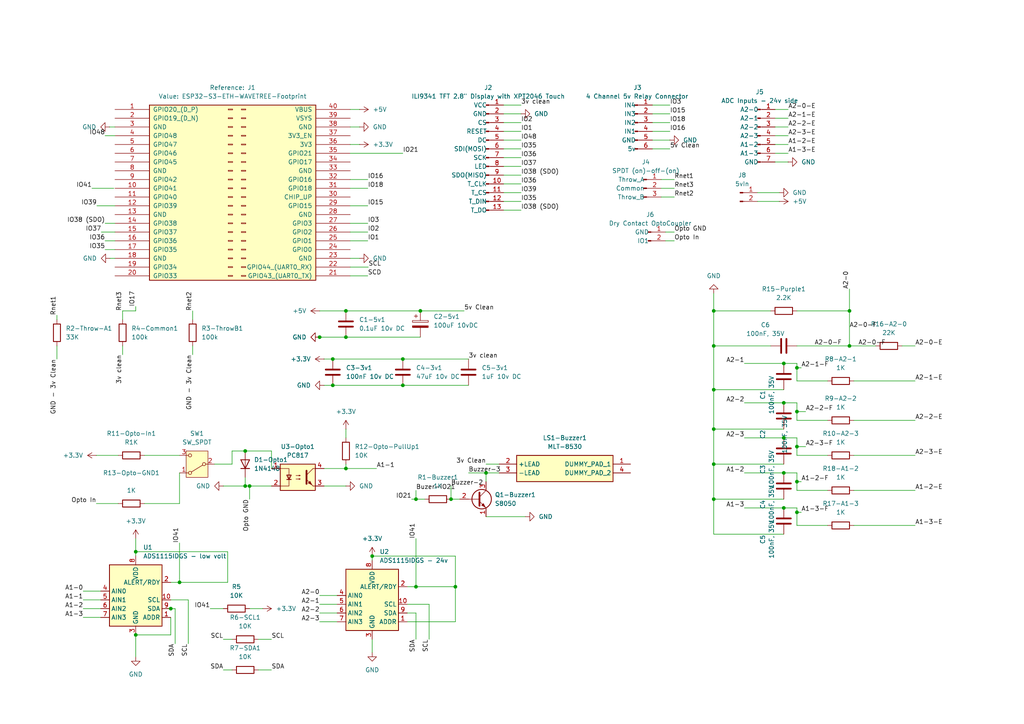
<source format=kicad_sch>
(kicad_sch (version 20250114) (generator "eeschema") (generator_version "9.0")
  (paper "A4")
  (lib_symbols
    (symbol "Analog_ADC:ADS1115IDGS"
      (property "Reference" "U" (at 2.54 13.97 0))
      (property "Value" "ADS1115IDGS" (at 7.62 11.43 0))
      (symbol "ADS1115IDGS_1_1"
        (pin input line (at -10.16 2.54 0) (length 2.54) (name "AIN0") (number "4"))
        (pin input line (at -10.16 0 0) (length 2.54) (name "AIN1") (number "5"))
        (pin input line (at -10.16 -2.54 0) (length 2.54) (name "AIN2") (number "6"))
        (pin input line (at -10.16 -5.08 0) (length 2.54) (name "AIN3") (number "7"))
        (pin power_in line (at 0 12.7 270) (length 2.54) (name "VDD") (number "8"))
        (pin power_in line (at 0 -10.16 90) (length 2.54) (name "GND") (number "3"))
        (pin output line (at 10.16 5.08 180) (length 2.54) (name "ALERT/RDY") (number "2"))
        (pin input line (at 10.16 0 180) (length 2.54) (name "SCL") (number "10"))
        (pin bidirectional line (at 10.16 -2.54 180) (length 2.54) (name "SDA") (number "9"))
        (pin input line (at 10.16 -5.08 180) (length 2.54) (name "ADDR") (number "1"))
      )
    )
    (symbol "Conn_01x02_Pin_1" (pin_names (offset 1.016) (hide yes))
      (property "Reference" "J" (at 0 2.54 0))
      (property "Value" "Conn_01x02_Pin" (at 0 -5.08 0))
      (symbol "Conn_01x02_Pin_1_1_1"
        (pin passive line (at 5.08 0 180) (length 3.81) (name "Pin_1") (number "1"))
        (pin passive line (at 5.08 -2.54 180) (length 3.81) (name "Pin_2") (number "2"))
      )
    )
    (symbol "Connector:Conn_01x02_Pin" (pin_names (offset 1.016))
      (property "Reference" "J6" (at 0.635 5.08 0))
      (property "Value" "Dry Contact" (at 0.635 2.54 0))
      (symbol "Conn_01x02_Pin_1_1"
        (pin power_out line (at 5.08 0 180) (length 3.81) (name "GND") (number "1"))
        (pin bidirectional line (at 5.08 -2.54 180) (length 3.81) (name "IO1") (number "2"))
      )
    )
    (symbol "Connector:Conn_01x03_Pin" (pin_names (offset 1.016))
      (property "Reference" "J4" (at 0.635 7.62 0))
      (property "Value" "SPDT (on)-off-(on)" (at 0.635 5.08 0))
      (symbol "Conn_01x03_Pin_1_1"
        (pin passive line (at 5.08 2.54 180) (length 3.81) (name "Throw_A") (number "1"))
        (pin passive line (at 5.08 0 180) (length 3.81) (name "Common") (number "2"))
        (pin passive line (at 5.08 -2.54 180) (length 3.81) (name "Throw_B") (number "3"))
      )
    )
    (symbol "Connector:Conn_01x06_Pin" (pin_names (offset 1.016))
      (property "Reference" "J3" (at 0.762 10.16 0))
      (property "Value" "4 Channel 5v Relay Connector" (at 0.635 7.62 0))
      (symbol "Conn_01x06_Pin_1_1"
        (pin power_out line (at 5.08 5.08 180) (length 3.81) (name "IN4") (number "1"))
        (pin power_out line (at 5.08 2.54 180) (length 3.81) (name "IN3") (number "2"))
        (pin bidirectional line (at 5.08 0 180) (length 3.81) (name "IN2") (number "3"))
        (pin bidirectional line (at 5.08 -2.54 180) (length 3.81) (name "IN1") (number "4"))
        (pin bidirectional line (at 5.08 -5.08 180) (length 3.81) (name "GND") (number "5"))
        (pin bidirectional line (at 5.08 -7.62 180) (length 3.81) (name "5v") (number "6"))
      )
    )
    (symbol "Connector:Conn_01x07_Pin" (pin_names (offset 1.016))
      (property "Reference" "J5" (at 0.635 12.7 0))
      (property "Value" "ADC Inputs" (at 0.635 10.16 0))
      (symbol "Conn_01x07_Pin_1_1"
        (pin passive line (at 5.08 7.62 180) (length 3.81) (name "A2-0") (number "1"))
        (pin passive line (at 5.08 5.08 180) (length 3.81) (name "A2-1") (number "2"))
        (pin passive line (at 5.08 2.54 180) (length 3.81) (name "A2-2") (number "3"))
        (pin passive line (at 5.08 0 180) (length 3.81) (name "A2-3") (number "4"))
        (pin passive line (at 5.08 -2.54 180) (length 3.81) (name "A1-2") (number "5"))
        (pin passive line (at 5.08 -5.08 180) (length 3.81) (name "A1-3") (number "6"))
        (pin power_out line (at 5.08 -7.62 180) (length 3.81) (name "GND") (number "7"))
      )
    )
    (symbol "Connector:Conn_01x13_Pin" (pin_names (offset 1.016))
      (property "Reference" "J2" (at 0.635 20.32 0))
      (property "Value" "ILI9341 TFT 2.8\" Display with XPT2046 Touch" (at 0.635 17.78 0))
      (symbol "Conn_01x13_Pin_1_1"
        (pin power_in line (at 5.08 15.24 180) (length 3.81) (name "VCC") (number "1"))
        (pin power_in line (at 5.08 12.7 180) (length 3.81) (name "GND") (number "2"))
        (pin bidirectional line (at 5.08 10.16 180) (length 3.81) (name "CS") (number "3"))
        (pin bidirectional line (at 5.08 7.62 180) (length 3.81) (name "RESET") (number "4"))
        (pin bidirectional line (at 5.08 5.08 180) (length 3.81) (name "DC") (number "5"))
        (pin bidirectional line (at 5.08 2.54 180) (length 3.81) (name "SDI(MOSI)") (number "6"))
        (pin bidirectional line (at 5.08 0 180) (length 3.81) (name "SCK") (number "7"))
        (pin bidirectional line (at 5.08 -2.54 180) (length 3.81) (name "LED") (number "8"))
        (pin bidirectional line (at 5.08 -5.08 180) (length 3.81) (name "SDO(MISO)") (number "9"))
        (pin bidirectional line (at 5.08 -7.62 180) (length 3.81) (name "T_CLK") (number "10"))
        (pin bidirectional line (at 5.08 -10.16 180) (length 3.81) (name "T_CS") (number "11"))
        (pin bidirectional line (at 5.08 -12.7 180) (length 3.81) (name "T_DIN") (number "12"))
        (pin bidirectional line (at 5.08 -15.24 180) (length 3.81) (name "T_DO") (number "13"))
      )
    )
    (symbol "Connector_Generic:ESP32-S3-ETH-WAVETREE-Footprint" (pin_names (offset 1))
      (property "Reference" "J" (at 1.27 25.4 0) (show_name))
      (property "Value" "ESP32-S3-ETH-WAVETREE-Footprint" (at 1.27 -27.94 0) (show_name))
      (symbol "ESP32-S3-ETH-WAVETREE-Footprint_1_1"
        (pin bidirectional line (at -34.13 22.86 0) (length 10) (name "GPIO20_(D_P)") (number "1"))
        (pin bidirectional line (at -34.13 20.32 0) (length 10) (name "GPIO19_(D_N)") (number "2"))
        (pin power_in line (at -34.13 17.78 0) (length 10) (name "GND") (number "3"))
        (pin bidirectional line (at -34.13 15.24 0) (length 10) (name "GPIO48") (number "4"))
        (pin bidirectional line (at -34.13 12.7 0) (length 10) (name "GPIO47") (number "5"))
        (pin bidirectional line (at -34.13 10.16 0) (length 10) (name "GPIO46") (number "6"))
        (pin bidirectional line (at -34.13 7.62 0) (length 10) (name "GPIO45") (number "7"))
        (pin power_in line (at -34.13 5.08 0) (length 10) (name "GND") (number "8"))
        (pin bidirectional line (at -34.13 2.54 0) (length 10) (name "GPIO42") (number "9"))
        (pin bidirectional line (at -34.13 0 0) (length 10) (name "GPIO41") (number "10"))
        (pin bidirectional line (at -34.13 -2.54 0) (length 10) (name "GPIO40") (number "11"))
        (pin bidirectional line (at -34.13 -5.08 0) (length 10) (name "GPIO39") (number "12"))
        (pin power_in line (at -34.13 -7.62 0) (length 10) (name "GND") (number "13"))
        (pin bidirectional line (at -34.13 -10.16 0) (length 10) (name "GPIO38") (number "14"))
        (pin bidirectional line (at -34.13 -12.7 0) (length 10) (name "GPIO37") (number "15"))
        (pin bidirectional line (at -34.13 -15.24 0) (length 10) (name "GPIO36") (number "16"))
        (pin bidirectional line (at -34.13 -17.78 0) (length 10) (name "GPIO35") (number "17"))
        (pin power_in line (at -34.13 -20.32 0) (length 10) (name "GND") (number "18"))
        (pin bidirectional line (at -34.13 -22.86 0) (length 10) (name "GPIO34") (number "19"))
        (pin bidirectional line (at -34.13 -25.4 0) (length 10) (name "GPIO33") (number "20"))
        (pin power_out line (at 34.13 22.86 180) (length 10) (name "VBUS") (number "40"))
        (pin power_in line (at 34.13 20.32 180) (length 10) (name "VSYS") (number "39"))
        (pin power_in line (at 34.13 17.78 180) (length 10) (name "GND") (number "38"))
        (pin input line (at 34.13 15.24 180) (length 10) (name "3V3_EN") (number "37"))
        (pin power_in line (at 34.13 12.7 180) (length 10) (name "3V3") (number "36"))
        (pin bidirectional line (at 34.13 10.16 180) (length 10) (name "GPIO21") (number "35"))
        (pin bidirectional line (at 34.13 7.62 180) (length 10) (name "GPIO17") (number "34"))
        (pin power_in line (at 34.13 5.08 180) (length 10) (name "GND") (number "33"))
        (pin bidirectional line (at 34.13 2.54 180) (length 10) (name "GPIO16") (number "32"))
        (pin bidirectional line (at 34.13 0 180) (length 10) (name "GPIO18") (number "31"))
        (pin input line (at 34.13 -2.54 180) (length 10) (name "CHIP_UP") (number "30"))
        (pin bidirectional line (at 34.13 -5.08 180) (length 10) (name "GPIO15") (number "29"))
        (pin power_in line (at 34.13 -7.62 180) (length 10) (name "GND") (number "28"))
        (pin bidirectional line (at 34.13 -10.16 180) (length 10) (name "GPIO3") (number "27"))
        (pin bidirectional line (at 34.13 -12.7 180) (length 10) (name "GPIO2") (number "26"))
        (pin bidirectional line (at 34.13 -15.24 180) (length 10) (name "GPIO1") (number "25"))
        (pin bidirectional line (at 34.13 -17.78 180) (length 10) (name "GPIO0") (number "24"))
        (pin power_in line (at 34.13 -20.32 180) (length 10) (name "GND") (number "23"))
        (pin input line (at 34.13 -22.86 180) (length 10) (name "GPIO44_(UART0_RX)") (number "22"))
        (pin output line (at 34.13 -25.4 180) (length 10) (name "GPIO43_(UART0_TX)") (number "21"))
      )
    )
    (symbol "Device:C" (pin_numbers (hide yes)) (pin_names (offset 0.254))
      (property "Reference" "C" (at 0.635 2.54 0))
      (property "Value" "C" (at 0.635 -2.54 0))
      (symbol "C_1_1"
        (pin passive line (at 0 3.81 270) (length 2.794) (name "~") (number "1"))
        (pin passive line (at 0 -3.81 90) (length 2.794) (name "~") (number "2"))
      )
    )
    (symbol "Device:C_Polarized" (pin_numbers (hide yes)) (pin_names (offset 0.254))
      (property "Reference" "C" (at 0.635 2.54 0))
      (property "Value" "C_Polarized" (at 0.635 -2.54 0))
      (symbol "C_Polarized_1_1"
        (pin passive line (at 0 3.81 270) (length 2.794) (name "~") (number "1"))
        (pin passive line (at 0 -3.81 90) (length 2.794) (name "~") (number "2"))
      )
    )
    (symbol "Device:R" (pin_numbers (hide yes)) (pin_names (offset 0))
      (property "Reference" "R" (at 2.032 0 90))
      (property "Value" "R" (at 0 0 90))
      (symbol "R_1_1"
        (pin passive line (at 0 3.81 270) (length 1.27) (name "~") (number "1"))
        (pin passive line (at 0 -3.81 90) (length 1.27) (name "~") (number "2"))
      )
    )
    (symbol "Diode:1N4148" (pin_numbers (hide yes)) (pin_names (hide yes))
      (property "Reference" "D" (at 0 2.54 0))
      (property "Value" "1N4148" (at 0 -2.54 0))
      (symbol "1N4148_1_1"
        (pin passive line (at -3.81 0 0) (length 2.54) (name "K") (number "1"))
        (pin passive line (at 3.81 0 180) (length 2.54) (name "A") (number "2"))
      )
    )
    (symbol "Isolator:PC817" (pin_names (offset 1.016))
      (property "Reference" "U" (at -5.08 5.08 0))
      (property "Value" "PC817" (at 0 5.08 0))
      (symbol "PC817_1_1"
        (pin passive line (at -7.62 2.54 0) (length 2.54) (name "~") (number "1"))
        (pin passive line (at -7.62 -2.54 0) (length 2.54) (name "~") (number "2"))
        (pin passive line (at 7.62 2.54 180) (length 2.54) (name "~") (number "4"))
        (pin passive line (at 7.62 -2.54 180) (length 2.54) (name "~") (number "3"))
      )
    )
    (symbol "MLT-8530:MLT-8530"
      (property "Reference" "LS" (at 34.29 7.62 0))
      (property "Value" "MLT-8530" (at 34.29 5.08 0))
      (symbol "MLT-8530_1_1"
        (pin passive line (at 0 0 0) (length 5.08) (name "+LEAD") (number "2"))
        (pin passive line (at 0 -2.54 0) (length 5.08) (name "-LEAD") (number "3"))
        (pin passive line (at 38.1 0 180) (length 5.08) (name "DUMMY_PAD_1") (number "1"))
        (pin passive line (at 38.1 -2.54 180) (length 5.08) (name "DUMMY_PAD_2") (number "4"))
      )
    )
    (symbol "Switch:SW_SPDT" (pin_names (offset 0) (hide yes))
      (property "Reference" "SW" (at 0 5.08 0))
      (property "Value" "SW_SPDT" (at 0 -5.08 0))
      (symbol "SW_SPDT_1_1"
        (pin passive line (at -5.08 0 0) (length 2.54) (name "B") (number "2"))
        (pin passive line (at 5.08 2.54 180) (length 2.54) (name "A") (number "1"))
        (pin passive line (at 5.08 -2.54 180) (length 2.54) (name "C") (number "3"))
      )
    )
    (symbol "Transistor_BJT:S8050" (pin_names (offset 0) (hide yes))
      (property "Reference" "Q" (at 5.08 1.905 0))
      (property "Value" "S8050" (at 5.08 0 0))
      (symbol "S8050_1_1"
        (pin input line (at -5.08 0 0) (length 2.54) (name "B") (number "2"))
        (pin passive line (at 2.54 5.08 270) (length 2.54) (name "C") (number "3"))
        (pin passive line (at 2.54 -5.08 90) (length 2.54) (name "E") (number "1"))
      )
    )
    (symbol "power:+3.3V" (power) (pin_numbers (hide yes)) (pin_names (offset 0) (hide yes))
      (property "Value" "+3.3V" (at 0 3.556 0))
      (symbol "+3.3V_1_1"
        (pin power_in line (at 0 0 90) (length 0) (name "~") (number "1"))
      )
    )
    (symbol "power:+5V" (power) (pin_numbers (hide yes)) (pin_names (offset 0) (hide yes))
      (property "Value" "+5V" (at 0 3.556 0))
      (symbol "+5V_1_1"
        (pin power_in line (at 0 0 90) (length 0) (name "~") (number "1"))
      )
    )
    (symbol "power:GND" (power) (pin_numbers (hide yes)) (pin_names (offset 0) (hide yes))
      (property "Value" "GND" (at 0 -3.81 0))
      (symbol "GND_1_1"
        (pin power_in line (at 0 0 270) (length 0) (name "~") (number "1"))
      )
    )
  )
  (junction (at 227.33 105.41))
  (junction (at 207.01 100.33))
  (junction (at 100.33 97.79))
  (junction (at 120.65 144.78))
  (junction (at 207.01 134.62))
  (junction (at 207.01 144.78))
  (junction (at 52.07 168.91))
  (junction (at 71.12 130.81))
  (junction (at 107.95 161.29))
  (junction (at 116.84 111.76))
  (junction (at 207.01 113.03))
  (junction (at 92.71 97.79))
  (junction (at 246.38 90.17))
  (junction (at 227.33 116.84))
  (junction (at 49.53 176.53))
  (junction (at 100.33 90.17))
  (junction (at 116.84 104.14))
  (junction (at 227.33 127))
  (junction (at 231.14 106.68))
  (junction (at 96.52 111.76))
  (junction (at 231.14 129.54))
  (junction (at 71.12 140.97))
  (junction (at 140.97 137.16))
  (junction (at 246.38 100.33))
  (junction (at 207.01 90.17))
  (junction (at 121.92 90.17))
  (junction (at 39.37 160.02))
  (junction (at 96.52 104.14))
  (junction (at 130.81 144.78))
  (junction (at 207.01 124.46))
  (junction (at 231.14 119.38))
  (junction (at 100.33 135.89))
  (junction (at 231.14 148.59))
  (junction (at 120.65 170.18))
  (junction (at 39.37 184.15))
  (junction (at 72.39 140.97))
  (junction (at 227.33 137.16))
  (junction (at 231.14 139.7))
  (junction (at 132.08 170.18))
  (junction (at 227.33 147.32))
  (wire (pts (xy 231.14 148.59) (xy 231.14 152.4)))
  (wire (pts (xy 207.01 100.33) (xy 223.52 100.33)))
  (wire (pts (xy 231.14 106.68) (xy 232.41 106.68)))
  (wire (pts (xy 16.51 100.33) (xy 16.51 104.14)))
  (wire (pts (xy 100.33 135.89) (xy 109.22 135.89)))
  (wire (pts (xy 189.23 30.48) (xy 194.31 30.48)))
  (wire (pts (xy 116.84 111.76) (xy 135.89 111.76)))
  (wire (pts (xy 67.31 130.81) (xy 71.12 130.81)))
  (wire (pts (xy 101.6 64.77) (xy 106.68 64.77)))
  (wire (pts (xy 93.98 135.89) (xy 100.33 135.89)))
  (wire (pts (xy 71.12 138.43) (xy 71.12 140.97)))
  (wire (pts (xy 30.48 64.77) (xy 33.34 64.77)))
  (wire (pts (xy 247.65 142.24) (xy 265.43 142.24)))
  (wire (pts (xy 224.79 31.75) (xy 228.6 31.75)))
  (wire (pts (xy 189.23 43.18) (xy 194.31 43.18)))
  (wire (pts (xy 39.37 88.9) (xy 39.37 90.17)))
  (wire (pts (xy 231.14 127) (xy 227.33 127)))
  (wire (pts (xy 124.46 175.26) (xy 124.46 185.42)))
  (wire (pts (xy 130.81 140.97) (xy 130.81 144.78)))
  (wire (pts (xy 215.9 147.32) (xy 227.33 147.32)))
  (wire (pts (xy 62.23 134.62) (xy 67.31 134.62)))
  (wire (pts (xy 265.43 121.92) (xy 247.65 121.92)))
  (wire (pts (xy 35.56 90.17) (xy 35.56 92.71)))
  (wire (pts (xy 132.08 170.18) (xy 132.08 161.29)))
  (wire (pts (xy 101.6 74.93) (xy 104.3 74.93)))
  (wire (pts (xy 78.74 130.81) (xy 78.74 135.89)))
  (wire (pts (xy 146.05 60.96) (xy 151.13 60.96)))
  (wire (pts (xy 24.13 173.99) (xy 29.21 173.99)))
  (wire (pts (xy 92.71 90.17) (xy 100.33 90.17)))
  (wire (pts (xy 231.14 110.49) (xy 231.14 106.68)))
  (wire (pts (xy 96.52 104.14) (xy 116.84 104.14)))
  (wire (pts (xy 101.6 52.07) (xy 106.68 52.07)))
  (wire (pts (xy 30.48 69.85) (xy 33.34 69.85)))
  (wire (pts (xy 231.14 129.54) (xy 233.68 129.54)))
  (wire (pts (xy 146.05 50.8) (xy 151.13 50.8)))
  (wire (pts (xy 146.05 30.48) (xy 151.13 30.48)))
  (wire (pts (xy 39.37 156.21) (xy 39.37 160.02)))
  (wire (pts (xy 119.38 144.78) (xy 120.65 144.78)))
  (wire (pts (xy 41.91 132.08) (xy 52.07 132.08)))
  (wire (pts (xy 118.11 177.8) (xy 120.65 177.8)))
  (wire (pts (xy 52.07 146.05) (xy 52.07 137.16)))
  (wire (pts (xy 207.01 144.78) (xy 227.33 144.78)))
  (wire (pts (xy 146.05 40.64) (xy 151.13 40.64)))
  (wire (pts (xy 64.77 140.97) (xy 71.12 140.97)))
  (wire (pts (xy 101.6 44.45) (xy 116.84 44.45)))
  (wire (pts (xy 224.79 41.91) (xy 228.6 41.91)))
  (wire (pts (xy 74.93 185.42) (xy 78.74 185.42)))
  (wire (pts (xy 24.13 176.53) (xy 29.21 176.53)))
  (wire (pts (xy 93.98 140.97) (xy 100.33 140.97)))
  (wire (pts (xy 92.71 180.34) (xy 97.79 180.34)))
  (wire (pts (xy 120.65 144.78) (xy 123.19 144.78)))
  (wire (pts (xy 30.48 39.37) (xy 33.34 39.37)))
  (wire (pts (xy 64.77 194.31) (xy 67.31 194.31)))
  (wire (pts (xy 219.71 55.88) (xy 226.06 55.88)))
  (wire (pts (xy 246.38 83.82) (xy 246.38 90.17)))
  (wire (pts (xy 64.77 185.42) (xy 67.31 185.42)))
  (wire (pts (xy 207.01 113.03) (xy 207.01 124.46)))
  (wire (pts (xy 72.39 176.53) (xy 76.2 176.53)))
  (wire (pts (xy 60.96 176.53) (xy 64.77 176.53)))
  (wire (pts (xy 227.33 106.68) (xy 227.33 105.41)))
  (wire (pts (xy 54.61 173.99) (xy 54.61 186.69)))
  (wire (pts (xy 231.14 147.32) (xy 227.33 147.32)))
  (wire (pts (xy 231.14 100.33) (xy 246.38 100.33)))
  (wire (pts (xy 215.9 137.16) (xy 227.33 137.16)))
  (wire (pts (xy 55.88 90.17) (xy 55.88 92.71)))
  (wire (pts (xy 100.33 90.17) (xy 121.92 90.17)))
  (wire (pts (xy 39.37 184.15) (xy 39.37 190.5)))
  (wire (pts (xy 207.01 113.03) (xy 227.33 113.03)))
  (wire (pts (xy 240.03 121.92) (xy 231.14 121.92)))
  (wire (pts (xy 72.39 140.97) (xy 72.39 144.78)))
  (wire (pts (xy 31.75 36.83) (xy 33.34 36.83)))
  (wire (pts (xy 96.52 111.76) (xy 93.98 111.76)))
  (wire (pts (xy 101.6 77.47) (xy 106.84 77.47)))
  (wire (pts (xy 72.39 140.97) (xy 78.74 140.97)))
  (wire (pts (xy 207.01 124.46) (xy 227.33 124.46)))
  (wire (pts (xy 231.14 147.32) (xy 231.14 148.59)))
  (wire (pts (xy 118.11 180.34) (xy 132.08 180.34)))
  (wire (pts (xy 100.33 134.62) (xy 100.33 135.89)))
  (wire (pts (xy 92.71 97.79) (xy 100.33 97.79)))
  (wire (pts (xy 227.33 137.16) (xy 231.14 137.16)))
  (wire (pts (xy 231.14 148.59) (xy 232.41 148.59)))
  (wire (pts (xy 215.9 127) (xy 227.33 127)))
  (wire (pts (xy 100.33 124.46) (xy 100.33 127)))
  (wire (pts (xy 132.08 161.29) (xy 107.95 161.29)))
  (wire (pts (xy 247.65 110.49) (xy 265.43 110.49)))
  (wire (pts (xy 146.05 43.18) (xy 151.13 43.18)))
  (wire (pts (xy 231.14 119.38) (xy 233.68 119.38)))
  (wire (pts (xy 193.04 67.31) (xy 195.58 67.31)))
  (wire (pts (xy 67.31 134.62) (xy 67.31 130.81)))
  (wire (pts (xy 39.37 160.02) (xy 39.37 161.29)))
  (wire (pts (xy 227.33 105.41) (xy 231.14 105.41)))
  (wire (pts (xy 207.01 124.46) (xy 207.01 134.62)))
  (wire (pts (xy 101.6 41.91) (xy 104.3 41.91)))
  (wire (pts (xy 231.14 110.49) (xy 240.03 110.49)))
  (wire (pts (xy 49.53 184.15) (xy 39.37 184.15)))
  (wire (pts (xy 146.05 45.72) (xy 151.13 45.72)))
  (wire (pts (xy 66.04 168.91) (xy 66.04 160.02)))
  (wire (pts (xy 30.48 72.39) (xy 33.34 72.39)))
  (wire (pts (xy 261.62 100.33) (xy 265.43 100.33)))
  (wire (pts (xy 120.65 156.21) (xy 120.65 170.18)))
  (wire (pts (xy 189.23 33.02) (xy 194.31 33.02)))
  (wire (pts (xy 24.13 171.45) (xy 29.21 171.45)))
  (wire (pts (xy 49.53 179.07) (xy 49.53 184.15)))
  (wire (pts (xy 191.77 57.15) (xy 195.58 57.15)))
  (wire (pts (xy 133.35 144.78) (xy 130.81 144.78)))
  (wire (pts (xy 240.03 152.4) (xy 231.14 152.4)))
  (wire (pts (xy 101.6 31.75) (xy 104.3 31.75)))
  (wire (pts (xy 224.79 44.45) (xy 228.6 44.45)))
  (wire (pts (xy 231.14 116.84) (xy 227.33 116.84)))
  (wire (pts (xy 193.04 69.85) (xy 195.58 69.85)))
  (wire (pts (xy 74.93 194.31) (xy 78.74 194.31)))
  (wire (pts (xy 107.95 161.29) (xy 107.95 162.56)))
  (wire (pts (xy 146.05 35.56) (xy 151.13 35.56)))
  (wire (pts (xy 231.14 139.7) (xy 231.14 137.16)))
  (wire (pts (xy 92.71 175.26) (xy 97.79 175.26)))
  (wire (pts (xy 93.98 104.14) (xy 96.52 104.14)))
  (wire (pts (xy 71.12 130.81) (xy 78.74 130.81)))
  (wire (pts (xy 107.95 185.42) (xy 107.95 189.23)))
  (wire (pts (xy 246.38 90.17) (xy 246.38 100.33)))
  (wire (pts (xy 146.05 58.42) (xy 151.13 58.42)))
  (wire (pts (xy 27.94 146.05) (xy 34.29 146.05)))
  (wire (pts (xy 224.79 36.83) (xy 228.6 36.83)))
  (wire (pts (xy 231.14 119.38) (xy 231.14 116.84)))
  (wire (pts (xy 101.6 67.31) (xy 106.68 67.31)))
  (wire (pts (xy 120.65 177.8) (xy 120.65 185.42)))
  (wire (pts (xy 135.89 137.16) (xy 140.97 137.16)))
  (wire (pts (xy 247.65 152.4) (xy 265.43 152.4)))
  (wire (pts (xy 28.1 59.69) (xy 33.34 59.69)))
  (wire (pts (xy 132.08 180.34) (xy 132.08 170.18)))
  (wire (pts (xy 207.01 134.62) (xy 227.33 134.62)))
  (wire (pts (xy 189.23 38.1) (xy 194.31 38.1)))
  (wire (pts (xy 191.77 54.61) (xy 195.58 54.61)))
  (wire (pts (xy 240.03 132.08) (xy 231.14 132.08)))
  (wire (pts (xy 100.33 97.79) (xy 121.92 97.79)))
  (wire (pts (xy 120.65 142.24) (xy 120.65 144.78)))
  (wire (pts (xy 52.07 157.48) (xy 52.07 168.91)))
  (wire (pts (xy 27.94 132.08) (xy 34.29 132.08)))
  (wire (pts (xy 71.12 140.97) (xy 72.39 140.97)))
  (wire (pts (xy 231.14 90.17) (xy 246.38 90.17)))
  (wire (pts (xy 118.11 170.18) (xy 120.65 170.18)))
  (wire (pts (xy 224.79 39.37) (xy 228.6 39.37)))
  (wire (pts (xy 146.05 48.26) (xy 151.13 48.26)))
  (wire (pts (xy 50.8 176.53) (xy 50.8 186.69)))
  (wire (pts (xy 101.6 69.85) (xy 106.68 69.85)))
  (wire (pts (xy 55.88 100.33) (xy 55.88 102.87)))
  (wire (pts (xy 116.84 104.14) (xy 135.89 104.14)))
  (wire (pts (xy 224.79 34.29) (xy 228.6 34.29)))
  (wire (pts (xy 140.97 149.86) (xy 152.4 149.86)))
  (wire (pts (xy 146.05 38.1) (xy 151.13 38.1)))
  (wire (pts (xy 35.56 90.17) (xy 39.37 90.17)))
  (wire (pts (xy 231.14 139.7) (xy 232.41 139.7)))
  (wire (pts (xy 207.01 100.33) (xy 207.01 113.03)))
  (wire (pts (xy 41.91 146.05) (xy 52.07 146.05)))
  (wire (pts (xy 247.65 132.08) (xy 265.43 132.08)))
  (wire (pts (xy 52.07 168.91) (xy 66.04 168.91)))
  (wire (pts (xy 207.01 144.78) (xy 207.01 154.94)))
  (wire (pts (xy 120.65 170.18) (xy 132.08 170.18)))
  (wire (pts (xy 49.53 173.99) (xy 54.61 173.99)))
  (wire (pts (xy 29.37 67.31) (xy 33.34 67.31)))
  (wire (pts (xy 92.71 177.8) (xy 97.79 177.8)))
  (wire (pts (xy 49.53 176.53) (xy 50.8 176.53)))
  (wire (pts (xy 96.52 111.76) (xy 116.84 111.76)))
  (wire (pts (xy 246.38 100.33) (xy 254 100.33)))
  (wire (pts (xy 240.03 142.24) (xy 231.14 142.24)))
  (wire (pts (xy 207.01 90.17) (xy 223.52 90.17)))
  (wire (pts (xy 24.13 179.07) (xy 29.21 179.07)))
  (wire (pts (xy 231.14 142.24) (xy 231.14 139.7)))
  (wire (pts (xy 144.78 134.62) (xy 140.97 134.62)))
  (wire (pts (xy 191.77 52.07) (xy 195.58 52.07)))
  (wire (pts (xy 101.6 59.69) (xy 106.68 59.69)))
  (wire (pts (xy 224.79 46.99) (xy 228.6 46.99)))
  (wire (pts (xy 215.9 105.41) (xy 227.33 105.41)))
  (wire (pts (xy 207.01 134.62) (xy 207.01 144.78)))
  (wire (pts (xy 66.04 160.02) (xy 39.37 160.02)))
  (wire (pts (xy 121.92 90.17) (xy 134.62 90.17)))
  (wire (pts (xy 146.05 53.34) (xy 151.13 53.34)))
  (wire (pts (xy 231.14 129.54) (xy 231.14 127)))
  (wire (pts (xy 189.23 40.64) (xy 194.31 40.64)))
  (wire (pts (xy 26.67 54.61) (xy 33.02 54.61)))
  (wire (pts (xy 140.97 137.16) (xy 144.78 137.16)))
  (wire (pts (xy 49.53 168.91) (xy 52.07 168.91)))
  (wire (pts (xy 189.23 35.56) (xy 194.31 35.56)))
  (wire (pts (xy 231.14 106.68) (xy 231.14 105.41)))
  (wire (pts (xy 101.6 80.01) (xy 106.68 80.01)))
  (wire (pts (xy 118.11 175.26) (xy 124.46 175.26)))
  (wire (pts (xy 231.14 121.92) (xy 231.14 119.38)))
  (wire (pts (xy 16.51 91.44) (xy 16.51 92.71)))
  (wire (pts (xy 31.91 74.93) (xy 33.34 74.93)))
  (wire (pts (xy 92.71 172.72) (xy 97.79 172.72)))
  (wire (pts (xy 48.26 176.53) (xy 49.53 176.53)))
  (wire (pts (xy 35.56 100.33) (xy 35.56 102.87)))
  (wire (pts (xy 231.14 132.08) (xy 231.14 129.54)))
  (wire (pts (xy 207.01 90.17) (xy 207.01 100.33)))
  (wire (pts (xy 146.05 33.02) (xy 151.13 33.02)))
  (wire (pts (xy 101.6 36.83) (xy 104.3 36.83)))
  (wire (pts (xy 101.6 54.61) (xy 106.68 54.61)))
  (wire (pts (xy 207.01 85.09) (xy 207.01 90.17)))
  (wire (pts (xy 140.97 137.16) (xy 140.97 139.7)))
  (wire (pts (xy 146.05 55.88) (xy 151.13 55.88)))
  (wire (pts (xy 215.9 116.84) (xy 227.33 116.84)))
  (wire (pts (xy 219.71 58.42) (xy 226.06 58.42)))
  (wire (pts (xy 207.01 154.94) (xy 227.33 154.94)))
  (label "IO41" (at 120.65 156.21 90))
  (label "SCL" (at 64.77 185.42 180))
  (label "A2-0" (at 92.71 172.72 180))
  (label "IO3" (at 106.68 64.77 0))
  (label "A2-2-F" (at 233.68 119.38 0))
  (label "3v Clean" (at 140.97 134.62 180))
  (label "A1-3-E" (at 228.6 44.45 0))
  (label "SCL" (at 54.61 186.69 270))
  (label "IO35" (at 151.13 43.18 0))
  (label "Buzer-IO21" (at 120.65 142.24 0))
  (label "A2-3-E" (at 228.6 39.37 0))
  (label "IO39" (at 28.1 59.69 180))
  (label "A2-2-E" (at 265.43 121.92 0))
  (label "A2-0-F" (at 236.22 100.33 0))
  (label "IO48" (at 30.48 39.37 180))
  (label "A2-0-E" (at 228.6 31.75 0))
  (label "A1-3" (at 24.13 179.07 180))
  (label "A2-1" (at 215.9 105.41 180))
  (label "A2-3-E" (at 265.43 132.08 0))
  (label "A1-2" (at 24.13 176.53 180))
  (label "GND - 3v Clean" (at 55.88 102.87 270))
  (label "IO16" (at 194.31 38.1 0))
  (label "A2-0" (at 246.38 83.82 90))
  (label "A2-1-F" (at 232.41 106.68 0))
  (label "IO3" (at 194.31 30.48 0))
  (label "IO37" (at 151.13 48.26 0))
  (label "IO35" (at 30.48 72.39 180))
  (label "Rnet3" (at 195.58 54.61 0))
  (label "A2-3" (at 215.9 127 180))
  (label "A1-2-E" (at 265.43 142.24 0))
  (label "IO16" (at 106.68 52.07 0))
  (label "A2-1" (at 92.71 175.26 180))
  (label "IO38 (SDO)" (at 30.48 64.77 180))
  (label "Buzzer-2" (at 130.81 140.97 0))
  (label "IO21" (at 116.84 44.45 0))
  (label "5v Clean" (at 134.62 90.17 0))
  (label "A1-1" (at 109.22 135.89 0))
  (label "3v clean" (at 151.13 30.48 0))
  (label "5v Clean" (at 194.31 43.18 0))
  (label "IO41" (at 52.07 157.48 90))
  (label "IO36" (at 30.48 69.85 180))
  (label "SCL" (at 78.74 185.42 0))
  (label "IO15" (at 194.31 33.02 0))
  (label "Rnet1" (at 195.58 52.07 0))
  (label "Opto GND" (at 72.39 144.78 270))
  (label "IO18" (at 194.31 35.56 0))
  (label "IO15" (at 106.68 59.69 0))
  (label "A2-0-E" (at 265.43 100.33 0))
  (label "IO2" (at 106.68 67.31 0))
  (label "IO35" (at 151.13 58.42 0))
  (label "A1-3-F" (at 232.41 148.59 0))
  (label "Opto In" (at 195.58 69.85 0))
  (label "3v clean" (at 135.89 104.14 0))
  (label "A1-3-E" (at 265.43 152.4 0))
  (label "IO38 (SDO)" (at 151.13 60.96 0))
  (label "IO41" (at 26.67 54.61 180))
  (label "SCL" (at 106.84 77.47 0))
  (label "3v clean" (at 35.56 102.87 270))
  (label "Opto GND" (at 195.58 67.31 0))
  (label "IO1" (at 106.68 69.85 0))
  (label "IO37" (at 29.37 67.31 180))
  (label "A1-3" (at 215.9 147.32 180))
  (label "A1-0" (at 24.13 171.45 180))
  (label "IO38 (SDO)" (at 151.13 50.8 0))
  (label "A1-2" (at 215.9 137.16 180))
  (label "IO2" (at 151.13 35.56 0))
  (label "SDA" (at 50.8 186.69 270))
  (label "A2-2" (at 215.9 116.84 180))
  (label "SCL" (at 124.46 185.42 270))
  (label "IO17" (at 39.37 88.9 90))
  (label "Rnet3" (at 35.56 90.17 90))
  (label "Rnet2" (at 55.88 90.17 90))
  (label "A2-2-E" (at 228.6 36.83 0))
  (label "A2-0-F" (at 248.92 100.33 0))
  (label "Rnet1" (at 16.51 91.44 90))
  (label "SDA" (at 78.74 194.31 0))
  (label "Opto In" (at 27.94 146.05 180))
  (label "SDA" (at 64.77 194.31 180))
  (label "IO21" (at 119.38 144.78 180))
  (label "A2-1-E" (at 265.43 110.49 0))
  (label "IO18" (at 106.68 54.61 0))
  (label "IO41" (at 60.96 176.53 180))
  (label "A2-1-E" (at 228.6 34.29 0))
  (label "IO39" (at 151.13 55.88 0))
  (label "GND - 3v Clean" (at 16.51 104.14 270))
  (label "A2-0-F" (at 246.38 95.25 0))
  (label "A2-3-F" (at 233.68 129.54 0))
  (label "A1-2-E" (at 228.6 41.91 0))
  (label "IO36" (at 151.13 45.72 0))
  (label "Rnet2" (at 195.58 57.15 0))
  (label "SCD" (at 106.68 80.01 0))
  (label "SDA" (at 120.65 185.42 270))
  (label "A1-2-F" (at 232.41 139.7 0))
  (label "IO48" (at 151.13 40.64 0))
  (label "A2-2" (at 92.71 177.8 180))
  (label "IO36" (at 151.13 53.34 0))
  (label "IO1" (at 151.13 38.1 0))
  (label "A1-1" (at 24.13 173.99 180))
  (label "A2-3" (at 92.71 180.34 180))
  (label "Buzzer-3" (at 135.89 137.16 0))
  (symbol (lib_id "power:GND") (at 152.4 149.86 90) (unit 1)
    (property "Reference" "#PWR025" (effects (hide yes)))
    (property "Value" "GND" (at 156.21 149.8599 90) (effects (justify right)))
    (property "Description" "Power symbol creates a global label with name \"GND\" , ground" (effects (hide yes)))
  )
  (symbol (lib_id "Device:R") (at 100.33 130.81 0) (unit 1)
    (property "Reference" "R12-Opto-PullUp1" (at 102.87 129.5399 0) (effects (justify left)))
    (property "Value" "10K" (at 102.87 132.0799 0) (effects (justify left)))
    (property "Footprint" "Resistor_SMD:R_0805_2012Metric" (effects (hide yes)))
    (property "Description" "Resistor" (effects (hide yes)))
  )
  (symbol (lib_id "Transistor_BJT:S8050") (at 138.43 144.78 0) (unit 1)
    (property "Reference" "Q1-Buzzer1" (at 143.51 143.5099 0) (effects (justify left)))
    (property "Value" "S8050" (at 143.51 146.0499 0) (effects (justify left)))
    (property "Footprint" "Package_TO_SOT_THT:TO-92_Inline" (effects (hide yes)))
    (property "Datasheet" "http://www.unisonic.com.tw/datasheet/S8050.pdf" (effects (hide yes)))
    (property "Description" "0.7A Ic, 20V Vce, Low Voltage High Current NPN Transistor, TO-92" (effects (hide yes)))
    (property "Sim.Device" "NPN" (effects (hide yes)))
    (property "Sim.Pins" "1=E 2=B 3=C" (effects (hide yes)))
  )
  (symbol (lib_id "power:GND") (at 228.6 46.99 90) (unit 1)
    (property "Reference" "#PWR05" (effects (hide yes)))
    (property "Value" "GND" (at 232.41 46.9899 90) (effects (justify right)))
    (property "Description" "Power symbol creates a global label with name \"GND\" , ground" (effects (hide yes)))
  )
  (symbol (lib_id "Device:C") (at 227.33 120.65 180) (unit 1)
    (property "Reference" "C2" (at 221.234 125.984 90))
    (property "Value" "100nF, 35V" (at 227.584 125.984 90))
    (property "Footprint" "Capacitor_SMD:C_0805_2012Metric" (effects (hide yes)))
    (property "Description" "Unpolarized capacitor" (effects (hide yes)))
  )
  (symbol (lib_id "Device:R") (at 38.1 132.08 90) (unit 1)
    (property "Reference" "R11-Opto-In1" (at 38.1 125.73 90))
    (property "Value" "R1K" (at 38.1 128.27 90))
    (property "Footprint" "Resistor_SMD:R_0805_2012Metric" (effects (hide yes)))
    (property "Description" "Resistor" (effects (hide yes)))
  )
  (symbol (lib_id "power:GND") (at 39.37 190.5 0) (unit 1)
    (property "Reference" "#PWR06" (effects (hide yes)))
    (property "Value" "GND" (at 39.37 195.58 0))
    (property "Description" "Power symbol creates a global label with name \"GND\" , ground" (effects (hide yes)))
  )
  (symbol (lib_id "power:GND") (at 151.13 33.02 90) (unit 1)
    (property "Reference" "#PWR028" (effects (hide yes)))
    (property "Value" "GND" (at 154.94 33.0199 90) (effects (justify right)))
    (property "Description" "Power symbol creates a global label with name \"GND\" , ground" (effects (hide yes)))
  )
  (symbol (lib_id "Device:R") (at 127 144.78 90) (unit 1)
    (property "Reference" "R1-Buzzer1" (at 127 138.43 90))
    (property "Value" "1K" (at 127 140.97 90))
    (property "Footprint" "Resistor_SMD:R_0805_2012Metric" (effects (hide yes)))
    (property "Description" "Resistor" (effects (hide yes)))
  )
  (symbol (lib_name "Conn_01x02_Pin_1") (lib_id "Connector:Conn_01x02_Pin") (at 214.63 55.88 0) (unit 1)
    (property "Reference" "J8" (at 215.265 50.8 0))
    (property "Value" "5vIn" (at 215.265 53.34 0))
    (property "Footprint" "TerminalBlock_Phoenix:TerminalBlock_Phoenix_MKDS-1,5-2-5.08_1x02_P5.08mm_Horizontal" (effects (hide yes)))
    (property "Description" "Generic connector, single row, 01x02, script generated" (effects (hide yes)))
  )
  (symbol (lib_id "Analog_ADC:ADS1115IDGS") (at 107.95 175.26 0) (unit 1)
    (property "Reference" "U2" (at 110.0933 160.02 0) (effects (justify left)))
    (property "Value" "ADS1115IDGS - 24v" (at 110.0933 162.56 0) (effects (justify left)))
    (property "Footprint" "Package_SO:TSSOP-10_3x3mm_P0.5mm" (effects (hide yes)))
    (property "Datasheet" "http://www.ti.com/lit/ds/symlink/ads1113.pdf" (effects (hide yes)))
    (property "Description" "Ultra-Small, Low-Power, I2C-Compatible, 860-SPS, 16-Bit ADCs With Internal Reference, Oscillator, and Programmable Comparator, VSSOP-10" (effects (hide yes)))
  )
  (symbol (lib_id "Device:R") (at 71.12 185.42 90) (unit 1)
    (property "Reference" "R6-SCL1" (at 71.12 179.07 90))
    (property "Value" "10K" (at 71.12 181.61 90))
    (property "Footprint" "Resistor_SMD:R_0805_2012Metric" (effects (hide yes)))
    (property "Description" "Resistor" (effects (hide yes)))
  )
  (symbol (lib_id "Device:R") (at 243.84 152.4 90) (unit 1)
    (property "Reference" "R17-A1-3" (at 243.84 146.05 90))
    (property "Value" "1K" (at 243.84 148.59 90))
    (property "Footprint" "Resistor_SMD:R_0805_2012Metric" (effects (hide yes)))
    (property "Description" "Resistor" (effects (hide yes)))
  )
  (symbol (lib_id "Diode:1N4148") (at 71.12 134.62 90) (unit 1)
    (property "Reference" "D1-Opto1" (at 73.66 133.3499 90) (effects (justify right)))
    (property "Value" "1N4148" (at 73.66 135.8899 90) (effects (justify right)))
    (property "Footprint" "Diode_SMD:D_0805_2012Metric" (effects (hide yes)))
    (property "Datasheet" "https://assets.nexperia.com/documents/data-sheet/1N4148_1N4448.pdf" (effects (hide yes)))
    (property "Description" "100V 0.15A standard switching diode, DO-35" (effects (hide yes)))
    (property "Sim.Device" "D" (effects (hide yes)))
    (property "Sim.Pins" "1=K 2=A" (effects (hide yes)))
  )
  (symbol (lib_id "Device:C") (at 116.84 107.95 0) (unit 1)
    (property "Reference" "C4-3v1" (at 120.65 106.6799 0) (effects (justify left)))
    (property "Value" "47uF 10v DC" (at 120.65 109.2199 0) (effects (justify left)))
    (property "Footprint" "Capacitor_SMD:C_0805_2012Metric" (effects (hide yes)))
    (property "Description" "Unpolarized capacitor" (effects (hide yes)))
  )
  (symbol (lib_id "Device:R") (at 243.84 142.24 90) (unit 1)
    (property "Reference" "R18-A1-2" (at 243.84 135.89 90))
    (property "Value" "1K" (at 243.84 138.43 90))
    (property "Footprint" "Resistor_SMD:R_0805_2012Metric" (effects (hide yes)))
    (property "Description" "Resistor" (effects (hide yes)))
  )
  (symbol (lib_id "power:+5V") (at 92.71 90.17 90) (unit 1)
    (property "Reference" "#PWR016" (effects (hide yes)))
    (property "Value" "+5V" (at 88.9 90.1699 90) (effects (justify left)))
    (property "Description" "Power symbol creates a global label with name \"+5V\"" (effects (hide yes)))
  )
  (symbol (lib_id "Device:R") (at 243.84 121.92 270) (unit 1)
    (property "Reference" "R9-A2-2" (at 243.84 115.57 90))
    (property "Value" "1K" (at 243.84 118.11 90))
    (property "Footprint" "Resistor_SMD:R_0805_2012Metric" (effects (hide yes)))
    (property "Description" "Resistor" (effects (hide yes)))
  )
  (symbol (lib_id "power:+3.3V") (at 104.3 41.91 270) (unit 1)
    (property "Reference" "#PWR03" (effects (hide yes)))
    (property "Value" "+3.3V" (at 108.11 41.9099 90) (effects (justify left)))
    (property "Description" "Power symbol creates a global label with name \"+3.3V\"" (effects (hide yes)))
  )
  (symbol (lib_id "Connector:Conn_01x02_Pin") (at 187.96 67.31 0) (unit 1)
    (property "Reference" "J6" (at 188.595 62.23 0))
    (property "Value" "Dry Contact OptoCoupler" (at 188.595 64.77 0))
    (property "Footprint" "TerminalBlock_Phoenix:TerminalBlock_Phoenix_MKDS-1,5-2-5.08_1x02_P5.08mm_Horizontal" (effects (hide yes)))
    (property "Description" "Generic connector, single row, 01x02, script generated" (effects (hide yes)))
  )
  (symbol (lib_id "Device:R") (at 55.88 96.52 0) (unit 1)
    (property "Reference" "R3-ThrowB1" (at 58.42 95.2499 0) (effects (justify left)))
    (property "Value" "100k" (at 58.42 97.7899 0) (effects (justify left)))
    (property "Footprint" "Resistor_SMD:R_0805_2012Metric" (effects (hide yes)))
    (property "Description" "Resistor" (effects (hide yes)))
  )
  (symbol (lib_id "power:GND") (at 31.75 36.83 270) (unit 1)
    (property "Reference" "#PWR011" (effects (hide yes)))
    (property "Value" "GND" (at 27.94 36.8299 90) (effects (justify right)))
    (property "Description" "Power symbol creates a global label with name \"GND\" , ground" (effects (hide yes)))
  )
  (symbol (lib_id "Connector_Generic:ESP32-S3-ETH-WAVETREE-Footprint") (at 67.47 54.61 0) (unit 1)
    (property "Reference" "J1" (at 67.47 25.4 0) (show_name yes))
    (property "Value" "ESP32-S3-ETH-WAVETREE-Footprint" (at 67.47 27.94 0) (show_name yes))
    (property "Footprint" "Connector_PinHeader_2.54mm:ESP32-PinHeader_2x20_P2.54mm_Vertical" (effects (hide yes)))
    (property "Description" "Generic connector, double row, 02x20, odd/even pin numbering scheme (row 1 odd numbers, row 2 even numbers), script generated (kicad-library-utils/schlib/autogen/connector/)" (effects (hide yes)))
  )
  (symbol (lib_id "Device:C") (at 227.33 109.22 180) (unit 1)
    (property "Reference" "C1" (at 221.234 114.554 90))
    (property "Value" "100nF, 35V" (at 223.774 114.554 90))
    (property "Footprint" "Capacitor_SMD:C_0805_2012Metric" (effects (hide yes)))
    (property "Description" "Unpolarized capacitor" (effects (hide yes)))
  )
  (symbol (lib_id "power:+3.3V") (at 39.37 156.21 0) (unit 1)
    (property "Reference" "#PWR017" (effects (hide yes)))
    (property "Value" "+3.3V" (at 39.37 151.13 0))
    (property "Description" "Power symbol creates a global label with name \"+3.3V\"" (effects (hide yes)))
  )
  (symbol (lib_id "power:GND") (at 104.3 36.83 90) (unit 1)
    (property "Reference" "#PWR010" (effects (hide yes)))
    (property "Value" "GND" (at 108.11 36.8299 90) (effects (justify right)))
    (property "Description" "Power symbol creates a global label with name \"GND\" , ground" (effects (hide yes)))
  )
  (symbol (lib_id "Device:C") (at 227.33 140.97 180) (unit 1)
    (property "Reference" "C4" (at 221.234 146.304 90))
    (property "Value" "100nF, 35V" (at 223.774 146.304 90))
    (property "Footprint" "Capacitor_SMD:C_0805_2012Metric" (effects (hide yes)))
    (property "Description" "Unpolarized capacitor" (effects (hide yes)))
  )
  (symbol (lib_id "Device:R") (at 257.81 100.33 90) (unit 1)
    (property "Reference" "R16-A2-0" (at 257.81 93.98 90))
    (property "Value" "22K" (at 257.81 96.52 90))
    (property "Footprint" "Resistor_SMD:R_0805_2012Metric" (effects (hide yes)))
    (property "Description" "Resistor" (effects (hide yes)))
  )
  (symbol (lib_id "Connector:Conn_01x07_Pin") (at 219.71 39.37 0) (unit 1)
    (property "Reference" "J5" (at 220.345 26.67 0))
    (property "Value" "ADC Inputs - 24v side" (at 220.345 29.21 0))
    (property "Footprint" "TerminalBlock_Phoenix:TerminalBlock_Phoenix_MKDS-1,5-7-5.08_1x07_P5.08mm_Horizontal" (effects (hide yes)))
    (property "Description" "Generic connector, single row, 01x07, script generated" (effects (hide yes)))
  )
  (symbol (lib_id "Device:R") (at 243.84 110.49 270) (unit 1)
    (property "Reference" "R8-A2-1" (at 243.84 104.14 90))
    (property "Value" "1K" (at 243.84 106.68 90))
    (property "Footprint" "Resistor_SMD:R_0805_2012Metric" (effects (hide yes)))
    (property "Description" "Resistor" (effects (hide yes)))
  )
  (symbol (lib_id "power:+3.3V") (at 27.94 132.08 90) (unit 1)
    (property "Reference" "#PWR019" (effects (hide yes)))
    (property "Value" "+3.3V" (at 24.13 132.0799 90) (effects (justify left)))
    (property "Description" "Power symbol creates a global label with name \"+3.3V\"" (effects (hide yes)))
  )
  (symbol (lib_id "MLT-8530:MLT-8530") (at 144.78 134.62 0) (unit 1)
    (property "Reference" "LS1-Buzzer1" (at 163.83 127 0))
    (property "Value" "MLT-8530" (at 163.83 129.54 0))
    (property "Footprint" "MLT-8530:MLT8530" (effects (hide yes)))
    (property "Datasheet" "https://datasheet.lcsc.com/szlcsc/1811182003_Jiangsu-Huaneng-Elec-MLT-8530_C94599.pdf" (effects (hide yes)))
    (property "Description" "Electro-Magnetic Buzzer (SMD Type)" (effects (hide yes)))
    (property "Height" "3" (effects (hide yes)))
    (property "Manufacturer_Name" "Jiangsu Huaneng Elec" (effects (hide yes)))
    (property "Manufacturer_Part_Number" "MLT-8530" (effects (hide yes)))
  )
  (symbol (lib_id "power:GND") (at 226.06 55.88 90) (unit 1)
    (property "Reference" "#PWR023" (effects (hide yes)))
    (property "Value" "GND" (at 229.87 55.8799 90) (effects (justify right)))
    (property "Description" "Power symbol creates a global label with name \"GND\" , ground" (effects (hide yes)))
  )
  (symbol (lib_id "power:+5V") (at 226.06 58.42 270) (unit 1)
    (property "Reference" "#PWR024" (effects (hide yes)))
    (property "Value" "+5V" (at 229.87 58.4199 90) (effects (justify left)))
    (property "Description" "Power symbol creates a global label with name \"+5V\"" (effects (hide yes)))
  )
  (symbol (lib_id "power:GND") (at 100.33 140.97 90) (unit 1)
    (property "Reference" "#PWR021" (effects (hide yes)))
    (property "Value" "GND" (at 104.14 140.9699 90) (effects (justify right)))
    (property "Description" "Power symbol creates a global label with name \"GND\" , ground" (effects (hide yes)))
  )
  (symbol (lib_id "Connector:Conn_01x03_Pin") (at 186.69 54.61 0) (unit 1)
    (property "Reference" "J4" (at 187.325 46.99 0))
    (property "Value" "SPDT (on)-off-(on)" (at 187.325 49.53 0))
    (property "Footprint" "TerminalBlock_Phoenix:TerminalBlock_Phoenix_MKDS-1,5-3-5.08_1x03_P5.08mm_Horizontal" (effects (hide yes)))
    (property "Description" "Generic connector, single row, 01x03, script generated" (effects (hide yes)))
  )
  (symbol (lib_id "power:GND") (at 104.3 74.93 90) (unit 1)
    (property "Reference" "#PWR09" (effects (hide yes)))
    (property "Value" "GND" (at 108.11 74.9299 90) (effects (justify right)))
    (property "Description" "Power symbol creates a global label with name \"GND\" , ground" (effects (hide yes)))
  )
  (symbol (lib_id "power:+3.3V") (at 93.98 104.14 90) (unit 1)
    (property "Reference" "#PWR02" (effects (hide yes)))
    (property "Value" "+3.3V" (at 90.17 104.1399 90) (effects (justify left)))
    (property "Description" "Power symbol creates a global label with name \"+3.3V\"" (effects (hide yes)))
  )
  (symbol (lib_id "Isolator:PC817") (at 86.36 138.43 0) (unit 1)
    (property "Reference" "U3-Opto1" (at 86.36 129.54 0))
    (property "Value" "PC817" (at 86.36 132.08 0))
    (property "Footprint" "Package_SO:SOP-4_4.4x2.6mm_P1.27mm" (effects (hide yes)))
    (property "Datasheet" "http://www.soselectronic.cz/a_info/resource/d/pc817.pdf" (effects (hide yes)))
    (property "Description" "DC Optocoupler, Vce 35V, CTR 50-300%, DIP-4" (effects (hide yes)))
  )
  (symbol (lib_id "Device:R") (at 243.84 132.08 90) (unit 1)
    (property "Reference" "R10-A2-3" (at 243.84 125.73 90))
    (property "Value" "1K" (at 243.84 128.27 90))
    (property "Footprint" "Resistor_SMD:R_0805_2012Metric" (effects (hide yes)))
    (property "Description" "Resistor" (effects (hide yes)))
  )
  (symbol (lib_id "power:+3.3V") (at 107.95 161.29 0) (unit 1)
    (property "Reference" "#PWR014" (effects (hide yes)))
    (property "Value" "+3.3V" (at 107.95 156.21 0))
    (property "Description" "Power symbol creates a global label with name \"+3.3V\"" (effects (hide yes)))
  )
  (symbol (lib_id "Device:C") (at 100.33 93.98 0) (unit 1)
    (property "Reference" "C1-5v1" (at 104.14 92.7099 0) (effects (justify left)))
    (property "Value" "0.1uF 10v DC" (at 104.14 95.2499 0) (effects (justify left)))
    (property "Footprint" "Capacitor_SMD:C_0805_2012Metric" (effects (hide yes)))
    (property "Description" "Unpolarized capacitor" (effects (hide yes)))
  )
  (symbol (lib_id "Device:C") (at 227.33 100.33 90) (unit 1)
    (property "Reference" "C6" (at 221.996 94.234 90))
    (property "Value" "100nF, 35V" (at 221.996 96.774 90))
    (property "Footprint" "Capacitor_SMD:C_0805_2012Metric" (effects (hide yes)))
    (property "Description" "Unpolarized capacitor" (effects (hide yes)))
  )
  (symbol (lib_id "Device:C_Polarized") (at 121.92 93.98 0) (unit 1)
    (property "Reference" "C2-5v1" (at 125.73 91.8209 0) (effects (justify left)))
    (property "Value" "100uF 10vDC" (at 125.73 94.3609 0) (effects (justify left)))
    (property "Footprint" "Capacitor_SMD:C_0805_2012Metric" (effects (hide yes)))
    (property "Description" "Polarized capacitor" (effects (hide yes)))
  )
  (symbol (lib_id "Connector:Conn_01x13_Pin") (at 140.97 45.72 0) (unit 1)
    (property "Reference" "J2" (at 141.605 25.4 0))
    (property "Value" "ILI9341 TFT 2.8\" Display with XPT2046 Touch" (at 141.605 27.94 0))
    (property "Footprint" "Connector_PinHeader_1.00mm:PinHeader_1x13_P1.00mm_Vertical" (effects (hide yes)))
    (property "Description" "Generic connector, single row, 01x13, script generated" (effects (hide yes)))
  )
  (symbol (lib_id "Device:C") (at 96.52 107.95 0) (unit 1)
    (property "Reference" "C3-3v1" (at 100.33 106.6799 0) (effects (justify left)))
    (property "Value" "100nF 10v DC" (at 100.33 109.2199 0) (effects (justify left)))
    (property "Footprint" "Capacitor_SMD:C_0805_2012Metric" (effects (hide yes)))
    (property "Description" "Unpolarized capacitor" (effects (hide yes)))
  )
  (symbol (lib_id "Analog_ADC:ADS1115IDGS") (at 39.37 173.99 0) (unit 1)
    (property "Reference" "U1" (at 41.5133 158.75 0) (effects (justify left)))
    (property "Value" "ADS1115IDGS - low volt" (at 41.5133 161.29 0) (effects (justify left)))
    (property "Footprint" "Package_SO:TSSOP-10_3x3mm_P0.5mm" (effects (hide yes)))
    (property "Datasheet" "http://www.ti.com/lit/ds/symlink/ads1113.pdf" (effects (hide yes)))
    (property "Description" "Ultra-Small, Low-Power, I2C-Compatible, 860-SPS, 16-Bit ADCs With Internal Reference, Oscillator, and Programmable Comparator, VSSOP-10" (effects (hide yes)))
  )
  (symbol (lib_id "power:GND") (at 31.91 74.93 270) (unit 1)
    (property "Reference" "#PWR012" (effects (hide yes)))
    (property "Value" "GND" (at 28.1 74.9299 90) (effects (justify right)))
    (property "Description" "Power symbol creates a global label with name \"GND\" , ground" (effects (hide yes)))
  )
  (symbol (lib_id "power:GND") (at 194.31 40.64 90) (unit 1)
    (property "Reference" "#PWR018" (effects (hide yes)))
    (property "Value" "GND" (at 198.12 40.6399 90) (effects (justify right)))
    (property "Description" "Power symbol creates a global label with name \"GND\" , ground" (effects (hide yes)))
  )
  (symbol (lib_id "Device:R") (at 71.12 194.31 90) (unit 1)
    (property "Reference" "R7-SDA1" (at 71.12 187.96 90))
    (property "Value" "10K" (at 71.12 190.5 90))
    (property "Footprint" "Resistor_SMD:R_0805_2012Metric" (effects (hide yes)))
    (property "Description" "Resistor" (effects (hide yes)))
  )
  (symbol (lib_id "Connector:Conn_01x06_Pin") (at 184.15 35.56 0) (unit 1)
    (property "Reference" "J3" (at 184.912 25.4 0))
    (property "Value" "4 Channel 5v Relay Connector" (at 184.785 27.94 0))
    (property "Footprint" "TerminalBlock_Phoenix:TerminalBlock_Phoenix_MKDS-1,5-6-5.08_1x06_P5.08mm_Horizontal" (effects (hide yes)))
    (property "Description" "Generic connector, single row, 01x06, script generated" (effects (hide yes)))
  )
  (symbol (lib_id "power:GND") (at 92.71 97.79 270) (unit 1)
    (property "Reference" "#PWR013" (effects (hide yes)))
    (property "Value" "GND" (at 88.9 97.7899 90) (effects (justify right)))
    (property "Description" "Power symbol creates a global label with name \"GND\" , ground" (effects (hide yes)))
  )
  (symbol (lib_id "power:+5V") (at 104.3 31.75 270) (unit 1)
    (property "Reference" "#PWR01" (effects (hide yes)))
    (property "Value" "+5V" (at 108.11 31.7499 90) (effects (justify left)))
    (property "Description" "Power symbol creates a global label with name \"+5V\"" (effects (hide yes)))
  )
  (symbol (lib_id "power:GND") (at 107.95 189.23 0) (unit 1)
    (property "Reference" "#PWR07" (effects (hide yes)))
    (property "Value" "GND" (at 107.95 194.31 0))
    (property "Description" "Power symbol creates a global label with name \"GND\" , ground" (effects (hide yes)))
  )
  (symbol (lib_id "power:GND") (at 207.01 85.09 180) (unit 1)
    (property "Reference" "#PWR026" (effects (hide yes)))
    (property "Value" "GND" (at 207.01 80.01 0))
    (property "Description" "Power symbol creates a global label with name \"GND\" , ground" (effects (hide yes)))
  )
  (symbol (lib_id "Device:R") (at 38.1 146.05 90) (unit 1)
    (property "Reference" "R13-Opto-GND1" (at 38.1 137.16 90))
    (property "Value" "1K" (at 38.1 142.24 90))
    (property "Footprint" "Resistor_SMD:R_0805_2012Metric" (effects (hide yes)))
    (property "Description" "Resistor" (effects (hide yes)))
  )
  (symbol (lib_id "power:+3.3V") (at 100.33 124.46 0) (unit 1)
    (property "Reference" "#PWR020" (effects (hide yes)))
    (property "Value" "+3.3V" (at 100.33 119.38 0))
    (property "Description" "Power symbol creates a global label with name \"+3.3V\"" (effects (hide yes)))
  )
  (symbol (lib_id "Device:R") (at 227.33 90.17 90) (unit 1)
    (property "Reference" "R15-Purple1" (at 227.33 83.82 90))
    (property "Value" "2.2K" (at 227.33 86.36 90))
    (property "Footprint" "Resistor_SMD:R_0805_2012Metric" (effects (hide yes)))
    (property "Description" "Resistor" (effects (hide yes)))
  )
  (symbol (lib_id "Device:R") (at 35.56 96.52 0) (unit 1)
    (property "Reference" "R4-Common1" (at 38.1 95.2499 0) (effects (justify left)))
    (property "Value" "100k" (at 38.1 97.7899 0) (effects (justify left)))
    (property "Footprint" "Resistor_SMD:R_0805_2012Metric" (effects (hide yes)))
    (property "Description" "Resistor" (effects (hide yes)))
  )
  (symbol (lib_id "Device:R") (at 16.51 96.52 0) (unit 1)
    (property "Reference" "R2-Throw-A1" (at 19.05 95.2499 0) (effects (justify left)))
    (property "Value" "33K" (at 19.05 97.7899 0) (effects (justify left)))
    (property "Footprint" "Resistor_SMD:R_0805_2012Metric" (effects (hide yes)))
    (property "Description" "Resistor" (effects (hide yes)))
  )
  (symbol (lib_id "Switch:SW_SPDT") (at 57.15 134.62 180) (unit 1)
    (property "Reference" "SW1" (at 57.15 125.73 0))
    (property "Value" "SW_SPDT" (at 57.15 128.27 0))
    (property "Footprint" "Button_Switch_SMD:SW_SPDT_Shouhan_MSK12C02" (effects (hide yes)))
    (property "Description" "Switch, single pole double throw" (effects (hide yes)))
  )
  (symbol (lib_id "Device:R") (at 68.58 176.53 90) (unit 1)
    (property "Reference" "R5" (at 68.58 170.18 90))
    (property "Value" "10K" (at 68.58 172.72 90))
    (property "Footprint" "Resistor_SMD:R_0805_2012Metric" (effects (hide yes)))
    (property "Description" "Resistor" (effects (hide yes)))
  )
  (symbol (lib_id "Device:C") (at 227.33 151.13 180) (unit 1)
    (property "Reference" "C5" (at 221.234 156.464 90))
    (property "Value" "100nF, 35V" (at 223.774 156.464 90))
    (property "Footprint" "Capacitor_SMD:C_0805_2012Metric" (effects (hide yes)))
    (property "Description" "Unpolarized capacitor" (effects (hide yes)))
  )
  (symbol (lib_id "power:+3.3V") (at 76.2 176.53 270) (unit 1)
    (property "Reference" "#PWR08" (effects (hide yes)))
    (property "Value" "+3.3V" (at 80.01 176.5299 90) (effects (justify left)))
    (property "Description" "Power symbol creates a global label with name \"+3.3V\"" (effects (hide yes)))
  )
  (symbol (lib_id "power:GND") (at 64.77 140.97 270) (unit 1)
    (property "Reference" "#PWR022" (effects (hide yes)))
    (property "Value" "GND" (at 60.96 140.9699 90) (effects (justify right)))
    (property "Description" "Power symbol creates a global label with name \"GND\" , ground" (effects (hide yes)))
  )
  (symbol (lib_id "Device:C") (at 135.89 107.95 0) (unit 1)
    (property "Reference" "C5-3v1" (at 139.7 106.6799 0) (effects (justify left)))
    (property "Value" "1uF 10v DC" (at 139.7 109.2199 0) (effects (justify left)))
    (property "Footprint" "Capacitor_SMD:C_0805_2012Metric" (effects (hide yes)))
    (property "Description" "Unpolarized capacitor" (effects (hide yes)))
  )
  (symbol (lib_id "power:GND") (at 92.71 97.79 270) (unit 1)
    (property "Reference" "#PWR015" (effects (hide yes)))
    (property "Value" "GND" (at 88.9 97.7899 90) (effects (justify right)))
    (property "Description" "Power symbol creates a global label with name \"GND\" , ground" (effects (hide yes)))
  )
  (symbol (lib_id "Device:C") (at 227.33 130.81 180) (unit 1)
    (property "Reference" "C3" (at 221.234 136.144 90))
    (property "Value" "100nF, 35V" (at 223.774 136.144 90))
    (property "Footprint" "Capacitor_SMD:C_0805_2012Metric" (effects (hide yes)))
    (property "Description" "Unpolarized capacitor" (effects (hide yes)))
  )
  (symbol (lib_id "power:GND") (at 93.98 111.76 270) (unit 1)
    (property "Reference" "#PWR04" (effects (hide yes)))
    (property "Value" "GND" (at 90.17 111.7599 90) (effects (justify right)))
    (property "Description" "Power symbol creates a global label with name \"GND\" , ground" (effects (hide yes)))
  )
)
</source>
